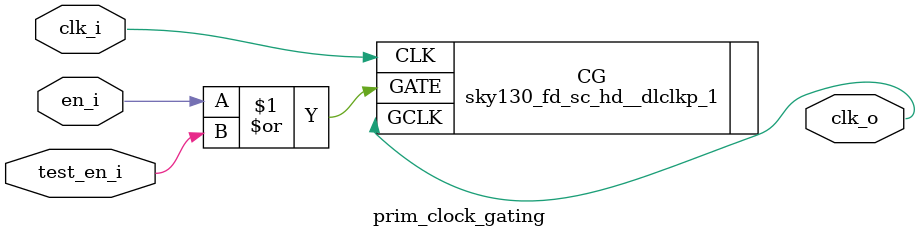
<source format=sv>


module prim_clock_gating (
  input  logic clk_i,
  input  logic en_i,
  input  logic test_en_i,
  output logic clk_o
);

`ifndef VERILATOR
sky130_fd_sc_hd__dlclkp_1 CG( .CLK(clk_i), .GCLK(clk_o), .GATE(en_i | test_en_i));
`else 
  reg en_latch;
  always @* begin
    if (!clk_i) begin
      en_latch = en_i | test_en_i;
    end
  end
  assign clk_o = en_latch & clk_i;
`endif

endmodule

</source>
